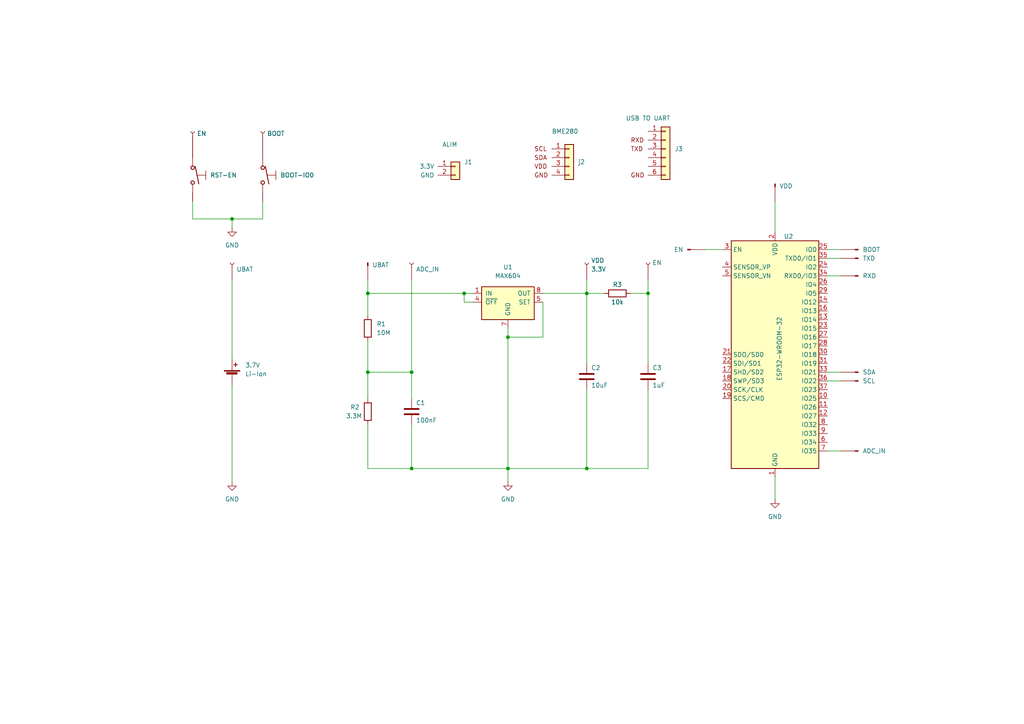
<source format=kicad_sch>
(kicad_sch (version 20230121) (generator eeschema)

  (uuid 59e138e6-7a4f-4e45-aef3-bc79353c10e7)

  (paper "A4")

  (title_block
    (title "airsens V1.0 proto")
    (date "2022-11-25")
    (rev "V1.0")
    (company "JOM52")
    (comment 1 "Série limitée pour tests longue durée")
  )

  (lib_symbols
    (symbol "Analog_Switch:ADG417BR" (pin_names (offset 0.254)) (in_bom yes) (on_board yes)
      (property "Reference" "U?" (at 1.2701 -3.81 90)
        (effects (font (size 1.27 1.27)) (justify left) hide)
      )
      (property "Value" "ADG417BR" (at 8.89 -6.35 90)
        (effects (font (size 1.27 1.27)) (justify left) hide)
      )
      (property "Footprint" "Package_SO:SOIC-8_3.9x4.9mm_P1.27mm" (at -5.08 2.54 0)
        (effects (font (size 1.27 1.27)) hide)
      )
      (property "Datasheet" "https://www.analog.com/media/en/technical-documentation/data-sheets/ADG417.pdf" (at -7.62 -1.27 0)
        (effects (font (size 1.27 1.27)) hide)
      )
      (property "ki_keywords" "CMOS Analog Switch" (at 0 0 0)
        (effects (font (size 1.27 1.27)) hide)
      )
      (property "ki_description" "Single SPST Monolithic LC²MOS Analog Switch, normally OFF, 25Ohm Ron, SOIC-8" (at 0 0 0)
        (effects (font (size 1.27 1.27)) hide)
      )
      (property "ki_fp_filters" "SOIC*3.9x4.9mm*P1.27mm*" (at 0 0 0)
        (effects (font (size 1.27 1.27)) hide)
      )
      (symbol "ADG417BR_0_1"
        (polyline
          (pts
            (xy 0 1.27)
            (xy 0 3.81)
            (xy -1.27 3.81)
            (xy 1.27 3.81)
          )
          (stroke (width 0) (type default))
          (fill (type none))
        )
      )
      (symbol "ADG417BR_1_1"
        (circle (center -2.159 0) (radius 0.508)
          (stroke (width 0.254) (type default))
          (fill (type none))
        )
        (polyline
          (pts
            (xy -5.08 0)
            (xy -2.794 0)
          )
          (stroke (width 0) (type default))
          (fill (type none))
        )
        (polyline
          (pts
            (xy -2.54 0.762)
            (xy 2.54 1.778)
          )
          (stroke (width 0.254) (type default))
          (fill (type none))
        )
        (polyline
          (pts
            (xy 5.08 0)
            (xy 2.794 0)
          )
          (stroke (width 0) (type default))
          (fill (type none))
        )
        (circle (center 2.159 0) (radius 0.508)
          (stroke (width 0.254) (type default))
          (fill (type none))
        )
        (pin passive line (at -7.62 0 0) (length 2.54)
          (name "~" (effects (font (size 1.27 1.27))))
          (number "" (effects (font (size 1.27 1.27))))
        )
        (pin passive line (at 7.62 0 180) (length 2.54)
          (name "~" (effects (font (size 1.27 1.27))))
          (number "" (effects (font (size 1.27 1.27))))
        )
      )
      (symbol "ADG417BR_2_0"
        (pin no_connect line (at -2.54 10.16 270) (length 2.54) hide
          (name "NC" (effects (font (size 1.27 1.27))))
          (number "2" (effects (font (size 1.27 1.27))))
        )
        (pin power_in line (at 0 -12.7 90) (length 2.54)
          (name "GND" (effects (font (size 1.27 1.27))))
          (number "3" (effects (font (size 1.27 1.27))))
        )
        (pin power_in line (at 0 12.7 270) (length 2.54)
          (name "V+" (effects (font (size 1.27 1.27))))
          (number "4" (effects (font (size 1.27 1.27))))
        )
        (pin power_in line (at 2.54 12.7 270) (length 2.54)
          (name "VL" (effects (font (size 1.27 1.27))))
          (number "5" (effects (font (size 1.27 1.27))))
        )
        (pin power_in line (at 2.54 -12.7 90) (length 2.54)
          (name "V-" (effects (font (size 1.27 1.27))))
          (number "7" (effects (font (size 1.27 1.27))))
        )
      )
      (symbol "ADG417BR_2_1"
        (rectangle (start -3.81 10.16) (end 6.35 -10.16)
          (stroke (width 0.254) (type default))
          (fill (type background))
        )
      )
    )
    (symbol "Conn_01x01_Female_1" (pin_numbers hide) (pin_names (offset 1.016) hide) (in_bom yes) (on_board yes)
      (property "Reference" "J" (at 0 2.54 0)
        (effects (font (size 1.27 1.27)))
      )
      (property "Value" "Conn_01x01_Female_1" (at 0 -2.54 0)
        (effects (font (size 1.27 1.27)))
      )
      (property "Footprint" "" (at 0 0 0)
        (effects (font (size 1.27 1.27)) hide)
      )
      (property "Datasheet" "~" (at 0 0 0)
        (effects (font (size 1.27 1.27)) hide)
      )
      (property "ki_keywords" "connector" (at 0 0 0)
        (effects (font (size 1.27 1.27)) hide)
      )
      (property "ki_description" "Generic connector, single row, 01x01, script generated (kicad-library-utils/schlib/autogen/connector/)" (at 0 0 0)
        (effects (font (size 1.27 1.27)) hide)
      )
      (property "ki_fp_filters" "Connector*:*" (at 0 0 0)
        (effects (font (size 1.27 1.27)) hide)
      )
      (symbol "Conn_01x01_Female_1_1_1"
        (polyline
          (pts
            (xy -1.27 0)
            (xy -0.508 0)
          )
          (stroke (width 0.1524) (type default))
          (fill (type none))
        )
        (arc (start 0 0.508) (mid -0.5058 0) (end 0 -0.508)
          (stroke (width 0.1524) (type default))
          (fill (type none))
        )
        (pin passive line (at -5.08 0 0) (length 3.81)
          (name "Pin_1" (effects (font (size 1.27 1.27))))
          (number "1" (effects (font (size 1.27 1.27))))
        )
      )
    )
    (symbol "Conn_01x01_Female_2" (pin_numbers hide) (pin_names (offset 1.016) hide) (in_bom yes) (on_board yes)
      (property "Reference" "J" (at 0 2.54 0)
        (effects (font (size 1.27 1.27)))
      )
      (property "Value" "Conn_01x01_Female_2" (at 0 -2.54 0)
        (effects (font (size 1.27 1.27)))
      )
      (property "Footprint" "" (at 0 0 0)
        (effects (font (size 1.27 1.27)) hide)
      )
      (property "Datasheet" "~" (at 0 0 0)
        (effects (font (size 1.27 1.27)) hide)
      )
      (property "ki_keywords" "connector" (at 0 0 0)
        (effects (font (size 1.27 1.27)) hide)
      )
      (property "ki_description" "Generic connector, single row, 01x01, script generated (kicad-library-utils/schlib/autogen/connector/)" (at 0 0 0)
        (effects (font (size 1.27 1.27)) hide)
      )
      (property "ki_fp_filters" "Connector*:*" (at 0 0 0)
        (effects (font (size 1.27 1.27)) hide)
      )
      (symbol "Conn_01x01_Female_2_1_1"
        (polyline
          (pts
            (xy -1.27 0)
            (xy -0.508 0)
          )
          (stroke (width 0.1524) (type default))
          (fill (type none))
        )
        (arc (start 0 0.508) (mid -0.5058 0) (end 0 -0.508)
          (stroke (width 0.1524) (type default))
          (fill (type none))
        )
        (pin passive line (at -5.08 0 0) (length 3.81)
          (name "Pin_1" (effects (font (size 1.27 1.27))))
          (number "1" (effects (font (size 1.27 1.27))))
        )
      )
    )
    (symbol "Conn_01x01_Male_1" (pin_numbers hide) (pin_names (offset 1.016) hide) (in_bom yes) (on_board yes)
      (property "Reference" "J" (at 0 2.54 0)
        (effects (font (size 1.27 1.27)))
      )
      (property "Value" "Conn_01x01_Male_1" (at 0 -2.54 0)
        (effects (font (size 1.27 1.27)))
      )
      (property "Footprint" "" (at 0 0 0)
        (effects (font (size 1.27 1.27)) hide)
      )
      (property "Datasheet" "~" (at 0 0 0)
        (effects (font (size 1.27 1.27)) hide)
      )
      (property "ki_keywords" "connector" (at 0 0 0)
        (effects (font (size 1.27 1.27)) hide)
      )
      (property "ki_description" "Generic connector, single row, 01x01, script generated (kicad-library-utils/schlib/autogen/connector/)" (at 0 0 0)
        (effects (font (size 1.27 1.27)) hide)
      )
      (property "ki_fp_filters" "Connector*:*" (at 0 0 0)
        (effects (font (size 1.27 1.27)) hide)
      )
      (symbol "Conn_01x01_Male_1_1_1"
        (polyline
          (pts
            (xy 1.27 0)
            (xy 0.8636 0)
          )
          (stroke (width 0.1524) (type default))
          (fill (type none))
        )
        (rectangle (start 0.8636 0.127) (end 0 -0.127)
          (stroke (width 0.1524) (type default))
          (fill (type outline))
        )
        (pin passive line (at 5.08 0 180) (length 3.81)
          (name "Pin_1" (effects (font (size 1.27 1.27))))
          (number "1" (effects (font (size 1.27 1.27))))
        )
      )
    )
    (symbol "Conn_01x01_Male_2" (pin_numbers hide) (pin_names (offset 1.016) hide) (in_bom yes) (on_board yes)
      (property "Reference" "J" (at 0 2.54 0)
        (effects (font (size 1.27 1.27)))
      )
      (property "Value" "Conn_01x01_Male_2" (at 0 -2.54 0)
        (effects (font (size 1.27 1.27)))
      )
      (property "Footprint" "" (at 0 0 0)
        (effects (font (size 1.27 1.27)) hide)
      )
      (property "Datasheet" "~" (at 0 0 0)
        (effects (font (size 1.27 1.27)) hide)
      )
      (property "ki_keywords" "connector" (at 0 0 0)
        (effects (font (size 1.27 1.27)) hide)
      )
      (property "ki_description" "Generic connector, single row, 01x01, script generated (kicad-library-utils/schlib/autogen/connector/)" (at 0 0 0)
        (effects (font (size 1.27 1.27)) hide)
      )
      (property "ki_fp_filters" "Connector*:*" (at 0 0 0)
        (effects (font (size 1.27 1.27)) hide)
      )
      (symbol "Conn_01x01_Male_2_1_1"
        (polyline
          (pts
            (xy 1.27 0)
            (xy 0.8636 0)
          )
          (stroke (width 0.1524) (type default))
          (fill (type none))
        )
        (rectangle (start 0.8636 0.127) (end 0 -0.127)
          (stroke (width 0.1524) (type default))
          (fill (type outline))
        )
        (pin passive line (at 5.08 0 180) (length 3.81)
          (name "Pin_1" (effects (font (size 1.27 1.27))))
          (number "1" (effects (font (size 1.27 1.27))))
        )
      )
    )
    (symbol "Conn_01x01_Male_3" (pin_numbers hide) (pin_names (offset 1.016) hide) (in_bom yes) (on_board yes)
      (property "Reference" "J" (at 0 2.54 0)
        (effects (font (size 1.27 1.27)))
      )
      (property "Value" "Conn_01x01_Male_3" (at 0 -2.54 0)
        (effects (font (size 1.27 1.27)))
      )
      (property "Footprint" "" (at 0 0 0)
        (effects (font (size 1.27 1.27)) hide)
      )
      (property "Datasheet" "~" (at 0 0 0)
        (effects (font (size 1.27 1.27)) hide)
      )
      (property "ki_keywords" "connector" (at 0 0 0)
        (effects (font (size 1.27 1.27)) hide)
      )
      (property "ki_description" "Generic connector, single row, 01x01, script generated (kicad-library-utils/schlib/autogen/connector/)" (at 0 0 0)
        (effects (font (size 1.27 1.27)) hide)
      )
      (property "ki_fp_filters" "Connector*:*" (at 0 0 0)
        (effects (font (size 1.27 1.27)) hide)
      )
      (symbol "Conn_01x01_Male_3_1_1"
        (polyline
          (pts
            (xy 1.27 0)
            (xy 0.8636 0)
          )
          (stroke (width 0.1524) (type default))
          (fill (type none))
        )
        (rectangle (start 0.8636 0.127) (end 0 -0.127)
          (stroke (width 0.1524) (type default))
          (fill (type outline))
        )
        (pin passive line (at 5.08 0 180) (length 3.81)
          (name "Pin_1" (effects (font (size 1.27 1.27))))
          (number "1" (effects (font (size 1.27 1.27))))
        )
      )
    )
    (symbol "Connector:Conn_01x01_Female" (pin_numbers hide) (pin_names (offset 1.016) hide) (in_bom yes) (on_board yes)
      (property "Reference" "J" (at 0 2.54 0)
        (effects (font (size 1.27 1.27)))
      )
      (property "Value" "Conn_01x01_Female" (at 0 -2.54 0)
        (effects (font (size 1.27 1.27)))
      )
      (property "Footprint" "" (at 0 0 0)
        (effects (font (size 1.27 1.27)) hide)
      )
      (property "Datasheet" "~" (at 0 0 0)
        (effects (font (size 1.27 1.27)) hide)
      )
      (property "ki_keywords" "connector" (at 0 0 0)
        (effects (font (size 1.27 1.27)) hide)
      )
      (property "ki_description" "Generic connector, single row, 01x01, script generated (kicad-library-utils/schlib/autogen/connector/)" (at 0 0 0)
        (effects (font (size 1.27 1.27)) hide)
      )
      (property "ki_fp_filters" "Connector*:*" (at 0 0 0)
        (effects (font (size 1.27 1.27)) hide)
      )
      (symbol "Conn_01x01_Female_1_1"
        (polyline
          (pts
            (xy -1.27 0)
            (xy -0.508 0)
          )
          (stroke (width 0.1524) (type default))
          (fill (type none))
        )
        (arc (start 0 0.508) (mid -0.5058 0) (end 0 -0.508)
          (stroke (width 0.1524) (type default))
          (fill (type none))
        )
        (pin passive line (at -5.08 0 0) (length 3.81)
          (name "Pin_1" (effects (font (size 1.27 1.27))))
          (number "1" (effects (font (size 1.27 1.27))))
        )
      )
    )
    (symbol "Connector:Conn_01x01_Male" (pin_numbers hide) (pin_names (offset 1.016) hide) (in_bom yes) (on_board yes)
      (property "Reference" "J" (at 0 2.54 0)
        (effects (font (size 1.27 1.27)))
      )
      (property "Value" "Conn_01x01_Male" (at 0 -2.54 0)
        (effects (font (size 1.27 1.27)))
      )
      (property "Footprint" "" (at 0 0 0)
        (effects (font (size 1.27 1.27)) hide)
      )
      (property "Datasheet" "~" (at 0 0 0)
        (effects (font (size 1.27 1.27)) hide)
      )
      (property "ki_keywords" "connector" (at 0 0 0)
        (effects (font (size 1.27 1.27)) hide)
      )
      (property "ki_description" "Generic connector, single row, 01x01, script generated (kicad-library-utils/schlib/autogen/connector/)" (at 0 0 0)
        (effects (font (size 1.27 1.27)) hide)
      )
      (property "ki_fp_filters" "Connector*:*" (at 0 0 0)
        (effects (font (size 1.27 1.27)) hide)
      )
      (symbol "Conn_01x01_Male_1_1"
        (polyline
          (pts
            (xy 1.27 0)
            (xy 0.8636 0)
          )
          (stroke (width 0.1524) (type default))
          (fill (type none))
        )
        (rectangle (start 0.8636 0.127) (end 0 -0.127)
          (stroke (width 0.1524) (type default))
          (fill (type outline))
        )
        (pin passive line (at 5.08 0 180) (length 3.81)
          (name "Pin_1" (effects (font (size 1.27 1.27))))
          (number "1" (effects (font (size 1.27 1.27))))
        )
      )
    )
    (symbol "Connector_Generic:Conn_01x02" (pin_names (offset 1.016)) (in_bom yes) (on_board yes)
      (property "Reference" "J1" (at 2.54 1.2701 0)
        (effects (font (size 1.27 1.27)) (justify left))
      )
      (property "Value" "ALIM" (at -3.81 6.35 0)
        (effects (font (size 1.27 1.27)) (justify left))
      )
      (property "Footprint" "" (at 0 0 0)
        (effects (font (size 1.27 1.27)) hide)
      )
      (property "Datasheet" "~" (at 0 0 0)
        (effects (font (size 1.27 1.27)) hide)
      )
      (property "ki_keywords" "connector" (at 0 0 0)
        (effects (font (size 1.27 1.27)) hide)
      )
      (property "ki_description" "Generic connector, single row, 01x02, script generated (kicad-library-utils/schlib/autogen/connector/)" (at 0 0 0)
        (effects (font (size 1.27 1.27)) hide)
      )
      (property "ki_fp_filters" "Connector*:*_1x??_*" (at 0 0 0)
        (effects (font (size 1.27 1.27)) hide)
      )
      (symbol "Conn_01x02_1_1"
        (rectangle (start -1.27 -2.413) (end 0 -2.667)
          (stroke (width 0.1524) (type default))
          (fill (type none))
        )
        (rectangle (start -1.27 0.127) (end 0 -0.127)
          (stroke (width 0.1524) (type default))
          (fill (type none))
        )
        (rectangle (start -1.27 1.27) (end 1.27 -3.81)
          (stroke (width 0.254) (type default))
          (fill (type background))
        )
        (pin passive line (at -1.27 0 180) (length 3.81)
          (name "3.3V" (effects (font (size 1.27 1.27))))
          (number "1" (effects (font (size 1.27 1.27))))
        )
        (pin passive line (at -1.27 -2.54 180) (length 3.81)
          (name "GND" (effects (font (size 1.27 1.27))))
          (number "2" (effects (font (size 1.27 1.27))))
        )
      )
    )
    (symbol "Connector_Generic:Conn_01x04" (pin_names (offset 1.016) hide) (in_bom yes) (on_board yes)
      (property "Reference" "j2" (at 2.54 -1.27 0)
        (effects (font (size 1.27 1.27)) (justify left))
      )
      (property "Value" "BME280" (at -5.08 7.62 0)
        (effects (font (size 1.27 1.27)) (justify left))
      )
      (property "Footprint" "" (at 0 0 0)
        (effects (font (size 1.27 1.27)) hide)
      )
      (property "Datasheet" "~" (at 0 0 0)
        (effects (font (size 1.27 1.27)) hide)
      )
      (property "ki_keywords" "connector" (at 0 0 0)
        (effects (font (size 1.27 1.27)) hide)
      )
      (property "ki_description" "Generic connector, single row, 01x04, script generated (kicad-library-utils/schlib/autogen/connector/)" (at 0 0 0)
        (effects (font (size 1.27 1.27)) hide)
      )
      (property "ki_fp_filters" "Connector*:*_1x??_*" (at 0 0 0)
        (effects (font (size 1.27 1.27)) hide)
      )
      (symbol "Conn_01x04_0_0"
        (text "" (at -6.35 8.89 0)
          (effects (font (size 1.27 1.27)))
        )
        (text "" (at -1.27 8.89 0)
          (effects (font (size 1.27 1.27)))
        )
        (text "" (at 2.54 7.62 0)
          (effects (font (size 1.27 1.27)))
        )
        (text "GND" (at -10.16 -5.08 0)
          (effects (font (size 1.27 1.27)) (justify left))
        )
        (text "SCL" (at -10.16 2.54 0)
          (effects (font (size 1.27 1.27)) (justify left))
        )
        (text "SDA" (at -10.16 0 0)
          (effects (font (size 1.27 1.27)) (justify left))
        )
        (text "VDD" (at -10.16 -2.54 0)
          (effects (font (size 1.27 1.27)) (justify left))
        )
      )
      (symbol "Conn_01x04_1_1"
        (rectangle (start -1.27 -4.953) (end 0 -5.207)
          (stroke (width 0.1524) (type default))
          (fill (type none))
        )
        (rectangle (start -1.27 -2.413) (end 0 -2.667)
          (stroke (width 0.1524) (type default))
          (fill (type none))
        )
        (rectangle (start -1.27 0.127) (end 0 -0.127)
          (stroke (width 0.1524) (type default))
          (fill (type none))
        )
        (rectangle (start -1.27 2.667) (end 0 2.413)
          (stroke (width 0.1524) (type default))
          (fill (type none))
        )
        (rectangle (start -1.27 3.81) (end 1.27 -6.35)
          (stroke (width 0.254) (type default))
          (fill (type background))
        )
        (pin passive line (at -5.08 2.54 0) (length 3.81)
          (name "Pin_1" (effects (font (size 1.27 1.27))))
          (number "1" (effects (font (size 1.27 1.27))))
        )
        (pin passive line (at -5.08 0 0) (length 3.81)
          (name "Pin_2" (effects (font (size 1.27 1.27))))
          (number "2" (effects (font (size 1.27 1.27))))
        )
        (pin passive line (at -5.08 -2.54 0) (length 3.81)
          (name "Pin_3" (effects (font (size 1.27 1.27))))
          (number "3" (effects (font (size 1.27 1.27))))
        )
        (pin passive line (at -5.08 -5.08 0) (length 3.81)
          (name "Pin_4" (effects (font (size 1.27 1.27))))
          (number "4" (effects (font (size 1.27 1.27))))
        )
      )
    )
    (symbol "Connector_Generic:Conn_01x06" (pin_names (offset 1.016) hide) (in_bom yes) (on_board yes)
      (property "Reference" "J3" (at 3.81 0 0)
        (effects (font (size 1.27 1.27)))
      )
      (property "Value" "USB TO UART" (at -5.08 8.89 0)
        (effects (font (size 1.27 1.27)))
      )
      (property "Footprint" "" (at 0 0 0)
        (effects (font (size 1.27 1.27)) hide)
      )
      (property "Datasheet" "~" (at 0 0 0)
        (effects (font (size 1.27 1.27)) hide)
      )
      (property "ki_keywords" "connector" (at 0 0 0)
        (effects (font (size 1.27 1.27)) hide)
      )
      (property "ki_description" "Generic connector, single row, 01x06, script generated (kicad-library-utils/schlib/autogen/connector/)" (at 0 0 0)
        (effects (font (size 1.27 1.27)) hide)
      )
      (property "ki_fp_filters" "Connector*:*_1x??_*" (at 0 0 0)
        (effects (font (size 1.27 1.27)) hide)
      )
      (symbol "Conn_01x06_0_0"
        (text "GND" (at -10.16 -7.62 0)
          (effects (font (size 1.27 1.27)) (justify left))
        )
        (text "RXD" (at -10.16 2.54 0)
          (effects (font (size 1.27 1.27)) (justify left))
        )
        (text "TXD" (at -10.16 0 0)
          (effects (font (size 1.27 1.27)) (justify left))
        )
      )
      (symbol "Conn_01x06_1_1"
        (rectangle (start -1.27 -7.493) (end 0 -7.747)
          (stroke (width 0.1524) (type default))
          (fill (type none))
        )
        (rectangle (start -1.27 -4.953) (end 0 -5.207)
          (stroke (width 0.1524) (type default))
          (fill (type none))
        )
        (rectangle (start -1.27 -2.413) (end 0 -2.667)
          (stroke (width 0.1524) (type default))
          (fill (type none))
        )
        (rectangle (start -1.27 0.127) (end 0 -0.127)
          (stroke (width 0.1524) (type default))
          (fill (type none))
        )
        (rectangle (start -1.27 2.667) (end 0 2.413)
          (stroke (width 0.1524) (type default))
          (fill (type none))
        )
        (rectangle (start -1.27 5.207) (end 0 4.953)
          (stroke (width 0.1524) (type default))
          (fill (type none))
        )
        (rectangle (start -1.27 6.35) (end 1.27 -8.89)
          (stroke (width 0.254) (type default))
          (fill (type background))
        )
        (pin passive line (at -5.08 5.08 0) (length 3.81)
          (name "Pin_1" (effects (font (size 1.27 1.27))))
          (number "1" (effects (font (size 1.27 1.27))))
        )
        (pin passive line (at -5.08 2.54 0) (length 3.81)
          (name "Pin_2" (effects (font (size 1.27 1.27))))
          (number "2" (effects (font (size 1.27 1.27))))
        )
        (pin passive line (at -5.08 0 0) (length 3.81)
          (name "Pin_3" (effects (font (size 1.27 1.27))))
          (number "3" (effects (font (size 1.27 1.27))))
        )
        (pin passive line (at -5.08 -2.54 0) (length 3.81)
          (name "Pin_4" (effects (font (size 1.27 1.27))))
          (number "4" (effects (font (size 1.27 1.27))))
        )
        (pin passive line (at -5.08 -5.08 0) (length 3.81)
          (name "Pin_5" (effects (font (size 1.27 1.27))))
          (number "5" (effects (font (size 1.27 1.27))))
        )
        (pin passive line (at -5.08 -7.62 0) (length 3.81)
          (name "Pin_6" (effects (font (size 1.27 1.27))))
          (number "6" (effects (font (size 1.27 1.27))))
        )
      )
    )
    (symbol "Device:Battery_Cell" (pin_numbers hide) (pin_names (offset 0) hide) (in_bom yes) (on_board yes)
      (property "Reference" "BT" (at 2.54 2.54 0)
        (effects (font (size 1.27 1.27)) (justify left))
      )
      (property "Value" "Battery_Cell" (at 2.54 0 0)
        (effects (font (size 1.27 1.27)) (justify left))
      )
      (property "Footprint" "" (at 0 1.524 90)
        (effects (font (size 1.27 1.27)) hide)
      )
      (property "Datasheet" "~" (at 0 1.524 90)
        (effects (font (size 1.27 1.27)) hide)
      )
      (property "ki_keywords" "battery cell" (at 0 0 0)
        (effects (font (size 1.27 1.27)) hide)
      )
      (property "ki_description" "Single-cell battery" (at 0 0 0)
        (effects (font (size 1.27 1.27)) hide)
      )
      (symbol "Battery_Cell_0_1"
        (rectangle (start -2.286 1.778) (end 2.286 1.524)
          (stroke (width 0) (type default))
          (fill (type outline))
        )
        (rectangle (start -1.5748 1.1938) (end 1.4732 0.6858)
          (stroke (width 0) (type default))
          (fill (type outline))
        )
        (polyline
          (pts
            (xy 0 0.762)
            (xy 0 0)
          )
          (stroke (width 0) (type default))
          (fill (type none))
        )
        (polyline
          (pts
            (xy 0 1.778)
            (xy 0 2.54)
          )
          (stroke (width 0) (type default))
          (fill (type none))
        )
        (polyline
          (pts
            (xy 0.508 3.429)
            (xy 1.524 3.429)
          )
          (stroke (width 0.254) (type default))
          (fill (type none))
        )
        (polyline
          (pts
            (xy 1.016 3.937)
            (xy 1.016 2.921)
          )
          (stroke (width 0.254) (type default))
          (fill (type none))
        )
      )
      (symbol "Battery_Cell_1_1"
        (pin passive line (at 0 5.08 270) (length 2.54)
          (name "+" (effects (font (size 1.27 1.27))))
          (number "1" (effects (font (size 1.27 1.27))))
        )
        (pin passive line (at 0 -2.54 90) (length 2.54)
          (name "-" (effects (font (size 1.27 1.27))))
          (number "2" (effects (font (size 1.27 1.27))))
        )
      )
    )
    (symbol "Device:C" (pin_numbers hide) (pin_names (offset 0.254)) (in_bom yes) (on_board yes)
      (property "Reference" "C" (at 0.635 2.54 0)
        (effects (font (size 1.27 1.27)) (justify left))
      )
      (property "Value" "C" (at 0.635 -2.54 0)
        (effects (font (size 1.27 1.27)) (justify left))
      )
      (property "Footprint" "" (at 0.9652 -3.81 0)
        (effects (font (size 1.27 1.27)) hide)
      )
      (property "Datasheet" "~" (at 0 0 0)
        (effects (font (size 1.27 1.27)) hide)
      )
      (property "ki_keywords" "cap capacitor" (at 0 0 0)
        (effects (font (size 1.27 1.27)) hide)
      )
      (property "ki_description" "Unpolarized capacitor" (at 0 0 0)
        (effects (font (size 1.27 1.27)) hide)
      )
      (property "ki_fp_filters" "C_*" (at 0 0 0)
        (effects (font (size 1.27 1.27)) hide)
      )
      (symbol "C_0_1"
        (polyline
          (pts
            (xy -2.032 -0.762)
            (xy 2.032 -0.762)
          )
          (stroke (width 0.508) (type default))
          (fill (type none))
        )
        (polyline
          (pts
            (xy -2.032 0.762)
            (xy 2.032 0.762)
          )
          (stroke (width 0.508) (type default))
          (fill (type none))
        )
      )
      (symbol "C_1_1"
        (pin passive line (at 0 3.81 270) (length 2.794)
          (name "~" (effects (font (size 1.27 1.27))))
          (number "1" (effects (font (size 1.27 1.27))))
        )
        (pin passive line (at 0 -3.81 90) (length 2.794)
          (name "~" (effects (font (size 1.27 1.27))))
          (number "2" (effects (font (size 1.27 1.27))))
        )
      )
    )
    (symbol "Device:R" (pin_numbers hide) (pin_names (offset 0)) (in_bom yes) (on_board yes)
      (property "Reference" "R" (at 2.032 0 90)
        (effects (font (size 1.27 1.27)))
      )
      (property "Value" "R" (at 0 0 90)
        (effects (font (size 1.27 1.27)))
      )
      (property "Footprint" "" (at -1.778 0 90)
        (effects (font (size 1.27 1.27)) hide)
      )
      (property "Datasheet" "~" (at 0 0 0)
        (effects (font (size 1.27 1.27)) hide)
      )
      (property "ki_keywords" "R res resistor" (at 0 0 0)
        (effects (font (size 1.27 1.27)) hide)
      )
      (property "ki_description" "Resistor" (at 0 0 0)
        (effects (font (size 1.27 1.27)) hide)
      )
      (property "ki_fp_filters" "R_*" (at 0 0 0)
        (effects (font (size 1.27 1.27)) hide)
      )
      (symbol "R_0_1"
        (rectangle (start -1.016 -2.54) (end 1.016 2.54)
          (stroke (width 0.254) (type default))
          (fill (type none))
        )
      )
      (symbol "R_1_1"
        (pin passive line (at 0 3.81 270) (length 1.27)
          (name "~" (effects (font (size 1.27 1.27))))
          (number "1" (effects (font (size 1.27 1.27))))
        )
        (pin passive line (at 0 -3.81 90) (length 1.27)
          (name "~" (effects (font (size 1.27 1.27))))
          (number "2" (effects (font (size 1.27 1.27))))
        )
      )
    )
    (symbol "RF_Module:ESP32-WROOM-32" (in_bom yes) (on_board yes)
      (property "Reference" "U" (at -12.7 34.29 0)
        (effects (font (size 1.27 1.27)) (justify left))
      )
      (property "Value" "ESP32-WROOM-32" (at 1.27 34.29 0)
        (effects (font (size 1.27 1.27)) (justify left))
      )
      (property "Footprint" "RF_Module:ESP32-WROOM-32" (at 0 -38.1 0)
        (effects (font (size 1.27 1.27)) hide)
      )
      (property "Datasheet" "https://www.espressif.com/sites/default/files/documentation/esp32-wroom-32_datasheet_en.pdf" (at -7.62 1.27 0)
        (effects (font (size 1.27 1.27)) hide)
      )
      (property "ki_keywords" "RF Radio BT ESP ESP32 Espressif onboard PCB antenna" (at 0 0 0)
        (effects (font (size 1.27 1.27)) hide)
      )
      (property "ki_description" "RF Module, ESP32-D0WDQ6 SoC, Wi-Fi 802.11b/g/n, Bluetooth, BLE, 32-bit, 2.7-3.6V, onboard antenna, SMD" (at 0 0 0)
        (effects (font (size 1.27 1.27)) hide)
      )
      (property "ki_fp_filters" "ESP32?WROOM?32*" (at 0 0 0)
        (effects (font (size 1.27 1.27)) hide)
      )
      (symbol "ESP32-WROOM-32_0_1"
        (rectangle (start -12.7 33.02) (end 12.7 -33.02)
          (stroke (width 0.254) (type default))
          (fill (type background))
        )
      )
      (symbol "ESP32-WROOM-32_1_1"
        (pin power_in line (at 0 -35.56 90) (length 2.54)
          (name "GND" (effects (font (size 1.27 1.27))))
          (number "1" (effects (font (size 1.27 1.27))))
        )
        (pin bidirectional line (at 15.24 -12.7 180) (length 2.54)
          (name "IO25" (effects (font (size 1.27 1.27))))
          (number "10" (effects (font (size 1.27 1.27))))
        )
        (pin bidirectional line (at 15.24 -15.24 180) (length 2.54)
          (name "IO26" (effects (font (size 1.27 1.27))))
          (number "11" (effects (font (size 1.27 1.27))))
        )
        (pin bidirectional line (at 15.24 -17.78 180) (length 2.54)
          (name "IO27" (effects (font (size 1.27 1.27))))
          (number "12" (effects (font (size 1.27 1.27))))
        )
        (pin bidirectional line (at 15.24 10.16 180) (length 2.54)
          (name "IO14" (effects (font (size 1.27 1.27))))
          (number "13" (effects (font (size 1.27 1.27))))
        )
        (pin bidirectional line (at 15.24 15.24 180) (length 2.54)
          (name "IO12" (effects (font (size 1.27 1.27))))
          (number "14" (effects (font (size 1.27 1.27))))
        )
        (pin passive line (at 0 -35.56 90) (length 2.54) hide
          (name "GND" (effects (font (size 1.27 1.27))))
          (number "15" (effects (font (size 1.27 1.27))))
        )
        (pin bidirectional line (at 15.24 12.7 180) (length 2.54)
          (name "IO13" (effects (font (size 1.27 1.27))))
          (number "16" (effects (font (size 1.27 1.27))))
        )
        (pin bidirectional line (at -15.24 -5.08 0) (length 2.54)
          (name "SHD/SD2" (effects (font (size 1.27 1.27))))
          (number "17" (effects (font (size 1.27 1.27))))
        )
        (pin bidirectional line (at -15.24 -7.62 0) (length 2.54)
          (name "SWP/SD3" (effects (font (size 1.27 1.27))))
          (number "18" (effects (font (size 1.27 1.27))))
        )
        (pin bidirectional line (at -15.24 -12.7 0) (length 2.54)
          (name "SCS/CMD" (effects (font (size 1.27 1.27))))
          (number "19" (effects (font (size 1.27 1.27))))
        )
        (pin power_in line (at 0 35.56 270) (length 2.54)
          (name "VDD" (effects (font (size 1.27 1.27))))
          (number "2" (effects (font (size 1.27 1.27))))
        )
        (pin bidirectional line (at -15.24 -10.16 0) (length 2.54)
          (name "SCK/CLK" (effects (font (size 1.27 1.27))))
          (number "20" (effects (font (size 1.27 1.27))))
        )
        (pin bidirectional line (at -15.24 0 0) (length 2.54)
          (name "SDO/SD0" (effects (font (size 1.27 1.27))))
          (number "21" (effects (font (size 1.27 1.27))))
        )
        (pin bidirectional line (at -15.24 -2.54 0) (length 2.54)
          (name "SDI/SD1" (effects (font (size 1.27 1.27))))
          (number "22" (effects (font (size 1.27 1.27))))
        )
        (pin bidirectional line (at 15.24 7.62 180) (length 2.54)
          (name "IO15" (effects (font (size 1.27 1.27))))
          (number "23" (effects (font (size 1.27 1.27))))
        )
        (pin bidirectional line (at 15.24 25.4 180) (length 2.54)
          (name "IO2" (effects (font (size 1.27 1.27))))
          (number "24" (effects (font (size 1.27 1.27))))
        )
        (pin bidirectional line (at 15.24 30.48 180) (length 2.54)
          (name "IO0" (effects (font (size 1.27 1.27))))
          (number "25" (effects (font (size 1.27 1.27))))
        )
        (pin bidirectional line (at 15.24 20.32 180) (length 2.54)
          (name "IO4" (effects (font (size 1.27 1.27))))
          (number "26" (effects (font (size 1.27 1.27))))
        )
        (pin bidirectional line (at 15.24 5.08 180) (length 2.54)
          (name "IO16" (effects (font (size 1.27 1.27))))
          (number "27" (effects (font (size 1.27 1.27))))
        )
        (pin bidirectional line (at 15.24 2.54 180) (length 2.54)
          (name "IO17" (effects (font (size 1.27 1.27))))
          (number "28" (effects (font (size 1.27 1.27))))
        )
        (pin bidirectional line (at 15.24 17.78 180) (length 2.54)
          (name "IO5" (effects (font (size 1.27 1.27))))
          (number "29" (effects (font (size 1.27 1.27))))
        )
        (pin input line (at -15.24 30.48 0) (length 2.54)
          (name "EN" (effects (font (size 1.27 1.27))))
          (number "3" (effects (font (size 1.27 1.27))))
        )
        (pin bidirectional line (at 15.24 0 180) (length 2.54)
          (name "IO18" (effects (font (size 1.27 1.27))))
          (number "30" (effects (font (size 1.27 1.27))))
        )
        (pin bidirectional line (at 15.24 -2.54 180) (length 2.54)
          (name "IO19" (effects (font (size 1.27 1.27))))
          (number "31" (effects (font (size 1.27 1.27))))
        )
        (pin no_connect line (at -12.7 -27.94 0) (length 2.54) hide
          (name "NC" (effects (font (size 1.27 1.27))))
          (number "32" (effects (font (size 1.27 1.27))))
        )
        (pin bidirectional line (at 15.24 -5.08 180) (length 2.54)
          (name "IO21" (effects (font (size 1.27 1.27))))
          (number "33" (effects (font (size 1.27 1.27))))
        )
        (pin bidirectional line (at 15.24 22.86 180) (length 2.54)
          (name "RXD0/IO3" (effects (font (size 1.27 1.27))))
          (number "34" (effects (font (size 1.27 1.27))))
        )
        (pin bidirectional line (at 15.24 27.94 180) (length 2.54)
          (name "TXD0/IO1" (effects (font (size 1.27 1.27))))
          (number "35" (effects (font (size 1.27 1.27))))
        )
        (pin bidirectional line (at 15.24 -7.62 180) (length 2.54)
          (name "IO22" (effects (font (size 1.27 1.27))))
          (number "36" (effects (font (size 1.27 1.27))))
        )
        (pin bidirectional line (at 15.24 -10.16 180) (length 2.54)
          (name "IO23" (effects (font (size 1.27 1.27))))
          (number "37" (effects (font (size 1.27 1.27))))
        )
        (pin passive line (at 0 -35.56 90) (length 2.54) hide
          (name "GND" (effects (font (size 1.27 1.27))))
          (number "38" (effects (font (size 1.27 1.27))))
        )
        (pin passive line (at 0 -35.56 90) (length 2.54) hide
          (name "GND" (effects (font (size 1.27 1.27))))
          (number "39" (effects (font (size 1.27 1.27))))
        )
        (pin input line (at -15.24 25.4 0) (length 2.54)
          (name "SENSOR_VP" (effects (font (size 1.27 1.27))))
          (number "4" (effects (font (size 1.27 1.27))))
        )
        (pin input line (at -15.24 22.86 0) (length 2.54)
          (name "SENSOR_VN" (effects (font (size 1.27 1.27))))
          (number "5" (effects (font (size 1.27 1.27))))
        )
        (pin input line (at 15.24 -25.4 180) (length 2.54)
          (name "IO34" (effects (font (size 1.27 1.27))))
          (number "6" (effects (font (size 1.27 1.27))))
        )
        (pin input line (at 15.24 -27.94 180) (length 2.54)
          (name "IO35" (effects (font (size 1.27 1.27))))
          (number "7" (effects (font (size 1.27 1.27))))
        )
        (pin bidirectional line (at 15.24 -20.32 180) (length 2.54)
          (name "IO32" (effects (font (size 1.27 1.27))))
          (number "8" (effects (font (size 1.27 1.27))))
        )
        (pin bidirectional line (at 15.24 -22.86 180) (length 2.54)
          (name "IO33" (effects (font (size 1.27 1.27))))
          (number "9" (effects (font (size 1.27 1.27))))
        )
      )
    )
    (symbol "Regulator_Linear:MAX604" (pin_names (offset 1.016)) (in_bom yes) (on_board yes)
      (property "Reference" "U" (at -6.35 5.715 0)
        (effects (font (size 1.27 1.27)))
      )
      (property "Value" "MAX604" (at 0 5.715 0)
        (effects (font (size 1.27 1.27)) (justify left))
      )
      (property "Footprint" "" (at 0 8.255 0)
        (effects (font (size 1.27 1.27) italic) hide)
      )
      (property "Datasheet" "http://datasheets.maximintegrated.com/en/ds/MAX603-MAX604.pdf" (at 0 -1.27 0)
        (effects (font (size 1.27 1.27)) hide)
      )
      (property "ki_keywords" "Linear LDO Regulator 500mA 3.3V fixed" (at 0 0 0)
        (effects (font (size 1.27 1.27)) hide)
      )
      (property "ki_description" "500mA Linear LDO Regulator, Fixed Output 3.3V, DIP-8/SO-8" (at 0 0 0)
        (effects (font (size 1.27 1.27)) hide)
      )
      (property "ki_fp_filters" "DIP*W7.62mm* SOIC*3.9x4.9mm*P1.27mm*" (at 0 0 0)
        (effects (font (size 1.27 1.27)) hide)
      )
      (symbol "MAX604_0_1"
        (rectangle (start -7.62 4.445) (end 7.62 -5.08)
          (stroke (width 0.254) (type default))
          (fill (type background))
        )
      )
      (symbol "MAX604_1_1"
        (pin power_in line (at -10.16 2.54 0) (length 2.54)
          (name "IN" (effects (font (size 1.27 1.27))))
          (number "1" (effects (font (size 1.27 1.27))))
        )
        (pin passive line (at 0 -7.62 90) (length 2.54) hide
          (name "GND" (effects (font (size 1.27 1.27))))
          (number "2" (effects (font (size 1.27 1.27))))
        )
        (pin passive line (at 0 -7.62 90) (length 2.54) hide
          (name "GND" (effects (font (size 1.27 1.27))))
          (number "3" (effects (font (size 1.27 1.27))))
        )
        (pin input line (at -10.16 0 0) (length 2.54)
          (name "~{OFF}" (effects (font (size 1.27 1.27))))
          (number "4" (effects (font (size 1.27 1.27))))
        )
        (pin passive line (at 10.16 0 180) (length 2.54)
          (name "SET" (effects (font (size 1.27 1.27))))
          (number "5" (effects (font (size 1.27 1.27))))
        )
        (pin passive line (at 0 -7.62 90) (length 2.54) hide
          (name "GND" (effects (font (size 1.27 1.27))))
          (number "6" (effects (font (size 1.27 1.27))))
        )
        (pin power_in line (at 0 -7.62 90) (length 2.54)
          (name "GND" (effects (font (size 1.27 1.27))))
          (number "7" (effects (font (size 1.27 1.27))))
        )
        (pin power_out line (at 10.16 2.54 180) (length 2.54)
          (name "OUT" (effects (font (size 1.27 1.27))))
          (number "8" (effects (font (size 1.27 1.27))))
        )
      )
    )
    (symbol "power:GND" (power) (pin_names (offset 0)) (in_bom yes) (on_board yes)
      (property "Reference" "#PWR" (at 0 -6.35 0)
        (effects (font (size 1.27 1.27)) hide)
      )
      (property "Value" "GND" (at 0 -3.81 0)
        (effects (font (size 1.27 1.27)))
      )
      (property "Footprint" "" (at 0 0 0)
        (effects (font (size 1.27 1.27)) hide)
      )
      (property "Datasheet" "" (at 0 0 0)
        (effects (font (size 1.27 1.27)) hide)
      )
      (property "ki_keywords" "power-flag" (at 0 0 0)
        (effects (font (size 1.27 1.27)) hide)
      )
      (property "ki_description" "Power symbol creates a global label with name \"GND\" , ground" (at 0 0 0)
        (effects (font (size 1.27 1.27)) hide)
      )
      (symbol "GND_0_1"
        (polyline
          (pts
            (xy 0 0)
            (xy 0 -1.27)
            (xy 1.27 -1.27)
            (xy 0 -2.54)
            (xy -1.27 -1.27)
            (xy 0 -1.27)
          )
          (stroke (width 0) (type default))
          (fill (type none))
        )
      )
      (symbol "GND_1_1"
        (pin power_in line (at 0 0 270) (length 0) hide
          (name "GND" (effects (font (size 1.27 1.27))))
          (number "1" (effects (font (size 1.27 1.27))))
        )
      )
    )
  )

  (junction (at 119.38 135.89) (diameter 0) (color 0 0 0 0)
    (uuid 330559f3-5d4d-4ee1-9c67-9f97d8cc9311)
  )
  (junction (at 147.32 97.79) (diameter 0) (color 0 0 0 0)
    (uuid 405ac5f9-4485-40bf-88ef-fd676eb4bd23)
  )
  (junction (at 67.31 63.5) (diameter 0) (color 0 0 0 0)
    (uuid 46737813-2e6b-4c70-b730-ad68f1a74100)
  )
  (junction (at 134.62 85.09) (diameter 0) (color 0 0 0 0)
    (uuid 60819ca8-a37d-4206-815d-b4c616a8bbfe)
  )
  (junction (at 187.96 85.09) (diameter 0) (color 0 0 0 0)
    (uuid 85d13a89-c835-4fa6-8484-dc5a180077f2)
  )
  (junction (at 147.32 135.89) (diameter 0) (color 0 0 0 0)
    (uuid 89443180-176a-451e-90bb-ea270bccdc5f)
  )
  (junction (at 170.18 135.89) (diameter 0) (color 0 0 0 0)
    (uuid ce023fd4-b74b-492a-a1fd-63d3cc66e3b6)
  )
  (junction (at 106.68 107.95) (diameter 0) (color 0 0 0 0)
    (uuid d4f1ac6f-e502-4674-b105-67a21f3a5153)
  )
  (junction (at 119.38 107.95) (diameter 0) (color 0 0 0 0)
    (uuid dcad4c0d-49ba-447d-b6d7-c4e0df87450c)
  )
  (junction (at 170.18 85.09) (diameter 0) (color 0 0 0 0)
    (uuid e0d564dc-a256-4dc7-849e-f355652d6cdc)
  )
  (junction (at 106.68 85.09) (diameter 0) (color 0 0 0 0)
    (uuid f3e91314-1593-4e3d-804f-5e3bb42c2a70)
  )

  (wire (pts (xy 119.38 81.28) (xy 119.38 107.95))
    (stroke (width 0) (type default))
    (uuid 023cba9e-a358-450d-ac4f-cdc37f778475)
  )
  (wire (pts (xy 76.2 63.5) (xy 67.31 63.5))
    (stroke (width 0) (type default))
    (uuid 051cbb23-bc35-4a2b-a6ef-845f4a762e49)
  )
  (wire (pts (xy 224.79 138.43) (xy 224.79 144.78))
    (stroke (width 0) (type default))
    (uuid 0ac8b627-a52c-4d23-b76f-bb43007fc729)
  )
  (wire (pts (xy 137.16 87.63) (xy 134.62 87.63))
    (stroke (width 0) (type default))
    (uuid 14ed5c55-4d3f-45ea-9660-56a7902be81f)
  )
  (wire (pts (xy 67.31 111.76) (xy 67.31 139.7))
    (stroke (width 0) (type default))
    (uuid 16f39861-a696-4430-bd02-9c450e8d0d70)
  )
  (wire (pts (xy 187.96 81.28) (xy 187.96 85.09))
    (stroke (width 0) (type default))
    (uuid 1c42cbe2-4802-4f06-a832-05e9e3fbb651)
  )
  (wire (pts (xy 170.18 81.28) (xy 170.18 85.09))
    (stroke (width 0) (type default))
    (uuid 1e422ba2-864f-4f03-8d37-443052ec1016)
  )
  (wire (pts (xy 134.62 85.09) (xy 137.16 85.09))
    (stroke (width 0) (type default))
    (uuid 1f501250-3208-4297-9470-6e55fb73abf8)
  )
  (wire (pts (xy 106.68 107.95) (xy 119.38 107.95))
    (stroke (width 0) (type default))
    (uuid 24543f9a-520c-421e-b4c1-0e27dc71c244)
  )
  (wire (pts (xy 147.32 135.89) (xy 147.32 139.7))
    (stroke (width 0) (type default))
    (uuid 24d48439-5ea3-4843-ae91-d3fab3a75233)
  )
  (wire (pts (xy 147.32 97.79) (xy 157.48 97.79))
    (stroke (width 0) (type default))
    (uuid 356c9cca-83e9-4a09-9f16-43230dfefa37)
  )
  (wire (pts (xy 170.18 85.09) (xy 170.18 105.41))
    (stroke (width 0) (type default))
    (uuid 3d6e28fb-8896-41c4-b082-6c563f6f504d)
  )
  (wire (pts (xy 67.31 81.28) (xy 67.31 104.14))
    (stroke (width 0) (type default))
    (uuid 407708b6-6fa2-46a9-8de4-0ebb11e3c2e0)
  )
  (wire (pts (xy 240.03 110.49) (xy 243.84 110.49))
    (stroke (width 0) (type default))
    (uuid 421ba4b4-e59f-4ac6-843b-95b68f6c1273)
  )
  (wire (pts (xy 187.96 85.09) (xy 187.96 105.41))
    (stroke (width 0) (type default))
    (uuid 4553ad5c-59e9-4a2f-b7dc-005568124c1c)
  )
  (wire (pts (xy 67.31 63.5) (xy 55.88 63.5))
    (stroke (width 0) (type default))
    (uuid 4a29488e-e14b-41d8-b297-c88e4db86d98)
  )
  (wire (pts (xy 119.38 135.89) (xy 147.32 135.89))
    (stroke (width 0) (type default))
    (uuid 4b75ec41-6413-4439-a0e5-93b36f34ebcd)
  )
  (wire (pts (xy 157.48 85.09) (xy 170.18 85.09))
    (stroke (width 0) (type default))
    (uuid 4d34bfce-7aec-46db-9385-d060c5698a6f)
  )
  (wire (pts (xy 147.32 95.25) (xy 147.32 97.79))
    (stroke (width 0) (type default))
    (uuid 5055d6d2-a6a5-432b-8dd0-a35f576b7638)
  )
  (wire (pts (xy 67.31 63.5) (xy 67.31 66.04))
    (stroke (width 0) (type default))
    (uuid 5bb571d5-d0c1-494d-adbc-a87ef5d06aab)
  )
  (wire (pts (xy 134.62 85.09) (xy 134.62 87.63))
    (stroke (width 0) (type default))
    (uuid 60f1d490-5f5b-4a23-ba83-8a1f0d0d993d)
  )
  (wire (pts (xy 240.03 80.01) (xy 243.84 80.01))
    (stroke (width 0) (type default))
    (uuid 6238224e-0703-419c-90a3-b2ca62fb6518)
  )
  (wire (pts (xy 76.2 58.42) (xy 76.2 63.5))
    (stroke (width 0) (type default))
    (uuid 69f3f3bb-d88b-4970-95e5-4f0477209228)
  )
  (wire (pts (xy 55.88 58.42) (xy 55.88 63.5))
    (stroke (width 0) (type default))
    (uuid 6bd78247-7cdd-4b52-8901-8deab978dde2)
  )
  (wire (pts (xy 147.32 97.79) (xy 147.32 135.89))
    (stroke (width 0) (type default))
    (uuid 7aee47de-5235-4eb9-b537-0dad865a3ad4)
  )
  (wire (pts (xy 147.32 135.89) (xy 170.18 135.89))
    (stroke (width 0) (type default))
    (uuid 813d4818-60b1-49ab-a459-8ca4be826790)
  )
  (wire (pts (xy 182.88 85.09) (xy 187.96 85.09))
    (stroke (width 0) (type default))
    (uuid 8658386f-37c6-4f2c-aaea-da1f8e94e4eb)
  )
  (wire (pts (xy 106.68 85.09) (xy 106.68 91.44))
    (stroke (width 0) (type default))
    (uuid 88a039e5-0688-4bd2-be55-e5c57a6ca898)
  )
  (wire (pts (xy 170.18 85.09) (xy 175.26 85.09))
    (stroke (width 0) (type default))
    (uuid 899b9d21-f1d2-4dbf-afcd-820f35a209cc)
  )
  (wire (pts (xy 170.18 113.03) (xy 170.18 135.89))
    (stroke (width 0) (type default))
    (uuid 89afb290-b0ff-42fa-ae03-51c73e48d3aa)
  )
  (wire (pts (xy 106.68 135.89) (xy 119.38 135.89))
    (stroke (width 0) (type default))
    (uuid 8d9ff24c-215b-49c7-a743-f15041e488b2)
  )
  (wire (pts (xy 187.96 135.89) (xy 170.18 135.89))
    (stroke (width 0) (type default))
    (uuid 90e7ca8c-0c4f-46d3-ba1c-ab94968b380d)
  )
  (wire (pts (xy 224.79 58.42) (xy 224.79 67.31))
    (stroke (width 0) (type default))
    (uuid 98e05f24-d18f-4407-b322-c42cfb22f744)
  )
  (wire (pts (xy 240.03 107.95) (xy 243.84 107.95))
    (stroke (width 0) (type default))
    (uuid a6f15540-4aac-4e1d-9bb4-675bcff748a7)
  )
  (wire (pts (xy 106.68 107.95) (xy 106.68 115.57))
    (stroke (width 0) (type default))
    (uuid a9b3e0f1-743d-44a8-a9bc-2e94b0d25fac)
  )
  (wire (pts (xy 106.68 99.06) (xy 106.68 107.95))
    (stroke (width 0) (type default))
    (uuid abafd314-77e6-44bc-8f67-fff3cb67f543)
  )
  (wire (pts (xy 106.68 81.28) (xy 106.68 85.09))
    (stroke (width 0) (type default))
    (uuid ae224967-51f4-4853-ba7d-1b8119dacdf5)
  )
  (wire (pts (xy 240.03 74.93) (xy 243.84 74.93))
    (stroke (width 0) (type default))
    (uuid afc8add8-fb41-461d-a7da-4fa500855643)
  )
  (wire (pts (xy 119.38 123.19) (xy 119.38 135.89))
    (stroke (width 0) (type default))
    (uuid afecd56d-a080-4aeb-ae94-679761abd773)
  )
  (wire (pts (xy 187.96 113.03) (xy 187.96 135.89))
    (stroke (width 0) (type default))
    (uuid b06a9597-00e2-46bd-8833-e525db5d438c)
  )
  (wire (pts (xy 157.48 87.63) (xy 157.48 97.79))
    (stroke (width 0) (type default))
    (uuid c0df00f0-e3e3-49e5-9103-885fa3f3530c)
  )
  (wire (pts (xy 106.68 123.19) (xy 106.68 135.89))
    (stroke (width 0) (type default))
    (uuid cd33fc2a-e5cb-4631-9d00-7a88818ce5df)
  )
  (wire (pts (xy 119.38 107.95) (xy 119.38 115.57))
    (stroke (width 0) (type default))
    (uuid d18f8089-9044-4dd0-b6bc-a3a371b53859)
  )
  (wire (pts (xy 106.68 85.09) (xy 134.62 85.09))
    (stroke (width 0) (type default))
    (uuid d633fef7-2790-4142-84c7-65e78ccf7981)
  )
  (wire (pts (xy 240.03 130.81) (xy 243.84 130.81))
    (stroke (width 0) (type default))
    (uuid e5e6d809-361c-4c60-a9ec-e139447972db)
  )
  (wire (pts (xy 204.47 72.39) (xy 209.55 72.39))
    (stroke (width 0) (type default))
    (uuid f18a2f35-e2a3-4a36-a16d-aa3e2ce34553)
  )
  (wire (pts (xy 240.03 72.39) (xy 243.84 72.39))
    (stroke (width 0) (type default))
    (uuid ffb5a3d2-739f-4540-af2b-15c752c748a3)
  )

  (symbol (lib_id "Device:C") (at 119.38 119.38 0) (unit 1)
    (in_bom yes) (on_board yes) (dnp no)
    (uuid 049dc504-80b1-44c4-a7a9-fb6850f068f3)
    (property "Reference" "C1" (at 120.65 116.84 0)
      (effects (font (size 1.27 1.27)) (justify left))
    )
    (property "Value" "100nF" (at 120.65 121.92 0)
      (effects (font (size 1.27 1.27)) (justify left))
    )
    (property "Footprint" "" (at 120.3452 123.19 0)
      (effects (font (size 1.27 1.27)) hide)
    )
    (property "Datasheet" "~" (at 119.38 119.38 0)
      (effects (font (size 1.27 1.27)) hide)
    )
    (pin "1" (uuid 98b3033b-e79b-477c-958d-9aad1eb31c0b))
    (pin "2" (uuid e8dd3513-bcd7-4517-8f0f-6b2bf8f270f6))
    (instances
      (project "airsens_v1_0"
        (path "/59e138e6-7a4f-4e45-aef3-bc79353c10e7"
          (reference "C1") (unit 1)
        )
      )
    )
  )

  (symbol (lib_id "Device:Battery_Cell") (at 67.31 109.22 0) (unit 1)
    (in_bom yes) (on_board yes) (dnp no) (fields_autoplaced)
    (uuid 081bcf58-85f5-4f9c-9cf2-9102b6ae6e16)
    (property "Reference" "3.7V" (at 71.12 105.9179 0)
      (effects (font (size 1.27 1.27)) (justify left))
    )
    (property "Value" "Li-Ion" (at 71.12 108.4579 0)
      (effects (font (size 1.27 1.27)) (justify left))
    )
    (property "Footprint" "" (at 67.31 107.696 90)
      (effects (font (size 1.27 1.27)) hide)
    )
    (property "Datasheet" "~" (at 67.31 107.696 90)
      (effects (font (size 1.27 1.27)) hide)
    )
    (pin "1" (uuid 505edbcc-8050-4c8e-b8da-07b1d69ff83f))
    (pin "2" (uuid 3752f9fb-46ca-4e6e-ae91-b41588394b16))
    (instances
      (project "airsens_v1_0"
        (path "/59e138e6-7a4f-4e45-aef3-bc79353c10e7"
          (reference "3.7V") (unit 1)
        )
      )
    )
  )

  (symbol (lib_id "Connector_Generic:Conn_01x02") (at 132.08 48.26 0) (unit 1)
    (in_bom yes) (on_board yes) (dnp no)
    (uuid 0f56ecfb-d2c1-43ac-aaac-c8114174e6b7)
    (property "Reference" "J1" (at 134.62 46.9899 0)
      (effects (font (size 1.27 1.27)) (justify left))
    )
    (property "Value" "ALIM" (at 128.27 41.91 0)
      (effects (font (size 1.27 1.27)) (justify left))
    )
    (property "Footprint" "" (at 132.08 48.26 0)
      (effects (font (size 1.27 1.27)) hide)
    )
    (property "Datasheet" "~" (at 132.08 48.26 0)
      (effects (font (size 1.27 1.27)) hide)
    )
    (pin "1" (uuid 56da2fd6-38fa-44b5-ad9b-f225715aee22))
    (pin "2" (uuid 0e2c953a-3975-4114-8d0e-df273efcd11d))
    (instances
      (project "airsens_v1_0"
        (path "/59e138e6-7a4f-4e45-aef3-bc79353c10e7"
          (reference "J1") (unit 1)
        )
      )
    )
  )

  (symbol (lib_id "RF_Module:ESP32-WROOM-32") (at 224.79 102.87 0) (unit 1)
    (in_bom yes) (on_board yes) (dnp no)
    (uuid 14436b13-70ef-4f45-9dea-b056ee84e63d)
    (property "Reference" "U2" (at 227.33 68.58 0)
      (effects (font (size 1.27 1.27)) (justify left))
    )
    (property "Value" "ESP32-WROOM-32" (at 226.06 110.49 90)
      (effects (font (size 1.27 1.27)) (justify left))
    )
    (property "Footprint" "RF_Module:ESP32-WROOM-32" (at 224.79 140.97 0)
      (effects (font (size 1.27 1.27)) hide)
    )
    (property "Datasheet" "https://www.espressif.com/sites/default/files/documentation/esp32-wroom-32_datasheet_en.pdf" (at 217.17 101.6 0)
      (effects (font (size 1.27 1.27)) hide)
    )
    (pin "1" (uuid bba29bc8-ae67-40ac-83f8-66080f460853))
    (pin "10" (uuid b9ab94b7-4c3b-4992-94dd-8dac6013f022))
    (pin "11" (uuid 5ed223fa-69a7-43a8-a1ed-e7a1a780781c))
    (pin "12" (uuid 2c547133-f827-4a9a-a367-ab9d9bff9031))
    (pin "13" (uuid da0acb8c-935c-4c25-859c-395a03c4d54f))
    (pin "14" (uuid c8ed9730-78e4-4ced-84c0-c99b0b862885))
    (pin "15" (uuid ff92e8a5-25c7-46f9-b261-d3fa20bf4263))
    (pin "16" (uuid 74381c15-71bc-487c-9a4e-bdf44dab9d7c))
    (pin "17" (uuid 93d4363f-4066-4191-af2a-44d9204eb400))
    (pin "18" (uuid 2dc9cf40-cd17-4046-b098-41ea4858a905))
    (pin "19" (uuid 275c81c3-88e4-48fa-b799-27f7f070c83f))
    (pin "2" (uuid 50481b41-cc22-49c9-be3f-8131bc361e65))
    (pin "20" (uuid 44f78f80-64cd-42db-b7fa-d444b8bcb09e))
    (pin "21" (uuid 166285de-f73e-400f-b99d-69536a881b9d))
    (pin "22" (uuid 200c4c2a-70f8-4c38-846a-0a527d7066db))
    (pin "23" (uuid 81cba164-5824-447b-9fe8-a426a2a1b4bd))
    (pin "24" (uuid 1d455d96-d946-4141-b945-b1ca2df45137))
    (pin "25" (uuid c6b5c716-1dac-4be6-a0c4-35d86994f898))
    (pin "26" (uuid 7fbaac41-6a3d-432d-a456-d68d9b524aef))
    (pin "27" (uuid 784ed617-131b-4913-8a98-e5303846d6ea))
    (pin "28" (uuid 772e5e89-f3af-4376-addf-440b2c381a0e))
    (pin "29" (uuid bde400ab-af6d-4f73-b89d-e0962ba86d2f))
    (pin "3" (uuid 75e22315-5f57-4ae4-a4e3-71ffd5480c1c))
    (pin "30" (uuid 6ce0b325-f7d2-4219-9585-244ee09c81b0))
    (pin "31" (uuid 7aa1cf79-b7ee-4173-937b-af6a1e0db15e))
    (pin "32" (uuid b9b0c655-a68d-4827-8bfd-8ba64c362857))
    (pin "33" (uuid 38d088e2-3726-45bd-8169-8c4188e023df))
    (pin "34" (uuid b92f51ad-6658-47a4-8790-9fa72d3a0376))
    (pin "35" (uuid 7bfc8df3-dbe8-4124-9b76-351681d596fe))
    (pin "36" (uuid 410b5e35-75c8-46d4-92b2-dd69d40127fe))
    (pin "37" (uuid bed8d477-5dc0-49e6-9603-b627e4fb1df8))
    (pin "38" (uuid 9241457d-7013-4e2b-91e7-5f3cd82e72f8))
    (pin "39" (uuid a643a75d-c894-466e-9a16-5d109dc37c91))
    (pin "4" (uuid 74e8a79f-1a79-4252-9367-44211347f5de))
    (pin "5" (uuid 329c8795-f51a-4ca2-be80-09f4c9bace54))
    (pin "6" (uuid 0bdbca0a-d336-4d7f-a3d5-7b84885f1fcd))
    (pin "7" (uuid 27105c50-e240-4abf-9269-fd8d4b7d697d))
    (pin "8" (uuid b6b638a8-2609-4cfe-a5bc-6921b138bd70))
    (pin "9" (uuid 88d4ffab-36a7-4e4a-8cb1-cde41942b11f))
    (instances
      (project "airsens_v1_0"
        (path "/59e138e6-7a4f-4e45-aef3-bc79353c10e7"
          (reference "U2") (unit 1)
        )
      )
    )
  )

  (symbol (lib_id "Connector:Conn_01x01_Male") (at 199.39 72.39 0) (unit 1)
    (in_bom yes) (on_board yes) (dnp no)
    (uuid 18c50b79-b25c-40f5-b4ef-d2b6c905ff62)
    (property "Reference" "J?" (at 200.025 67.31 0)
      (effects (font (size 1.27 1.27)) hide)
    )
    (property "Value" "EN" (at 196.85 72.39 0)
      (effects (font (size 1.27 1.27)))
    )
    (property "Footprint" "" (at 199.39 72.39 0)
      (effects (font (size 1.27 1.27)) hide)
    )
    (property "Datasheet" "~" (at 199.39 72.39 0)
      (effects (font (size 1.27 1.27)) hide)
    )
    (pin "1" (uuid 604768bf-e703-49c8-b4ec-77d6f17752ec))
    (instances
      (project "airsens_v1_0"
        (path "/59e138e6-7a4f-4e45-aef3-bc79353c10e7"
          (reference "J?") (unit 1)
        )
      )
    )
  )

  (symbol (lib_id "Connector_Generic:Conn_01x06") (at 193.04 43.18 0) (unit 1)
    (in_bom yes) (on_board yes) (dnp no)
    (uuid 1a2736fb-c014-4aea-aaf6-25f229d74040)
    (property "Reference" "J3" (at 196.85 43.18 0)
      (effects (font (size 1.27 1.27)))
    )
    (property "Value" "USB TO UART" (at 187.96 34.29 0)
      (effects (font (size 1.27 1.27)))
    )
    (property "Footprint" "" (at 193.04 43.18 0)
      (effects (font (size 1.27 1.27)) hide)
    )
    (property "Datasheet" "~" (at 193.04 43.18 0)
      (effects (font (size 1.27 1.27)) hide)
    )
    (pin "1" (uuid 0bf885e4-4f99-4d8f-909c-cdc0133d413e))
    (pin "2" (uuid dbcad603-889b-4ef5-b8b0-3c9c2f664d90))
    (pin "3" (uuid 0749c824-4310-4f3d-aa5d-05398ace4a8e))
    (pin "4" (uuid cb3d8859-0349-4ff8-a53f-c3ae43cea24a))
    (pin "5" (uuid e16241bd-4fca-441f-80d1-16300744327d))
    (pin "6" (uuid 6c0bee19-d82b-4ae3-af70-faccaf43384c))
    (instances
      (project "airsens_v1_0"
        (path "/59e138e6-7a4f-4e45-aef3-bc79353c10e7"
          (reference "J3") (unit 1)
        )
      )
    )
  )

  (symbol (lib_name "Conn_01x01_Male_2") (lib_id "Connector:Conn_01x01_Male") (at 106.68 76.2 270) (unit 1)
    (in_bom yes) (on_board yes) (dnp no) (fields_autoplaced)
    (uuid 1ade555d-3964-4e08-9aa4-c0d7869328f8)
    (property "Reference" "J?" (at 105.41 78.1051 90)
      (effects (font (size 1.27 1.27)) (justify right) hide)
    )
    (property "Value" "UBAT" (at 107.95 76.8349 90)
      (effects (font (size 1.27 1.27)) (justify left))
    )
    (property "Footprint" "" (at 106.68 76.2 0)
      (effects (font (size 1.27 1.27)) hide)
    )
    (property "Datasheet" "~" (at 106.68 76.2 0)
      (effects (font (size 1.27 1.27)) hide)
    )
    (pin "1" (uuid 4e0fef80-19ac-443a-a486-af2197f78fab))
    (instances
      (project "airsens_v1_0"
        (path "/59e138e6-7a4f-4e45-aef3-bc79353c10e7"
          (reference "J?") (unit 1)
        )
      )
    )
  )

  (symbol (lib_id "Connector_Generic:Conn_01x04") (at 165.1 45.72 0) (unit 1)
    (in_bom yes) (on_board yes) (dnp no)
    (uuid 200cb961-ce03-4051-b022-1732a98ea75f)
    (property "Reference" "j2" (at 167.64 46.99 0)
      (effects (font (size 1.27 1.27)) (justify left))
    )
    (property "Value" "BME280" (at 160.02 38.1 0)
      (effects (font (size 1.27 1.27)) (justify left))
    )
    (property "Footprint" "" (at 165.1 45.72 0)
      (effects (font (size 1.27 1.27)) hide)
    )
    (property "Datasheet" "~" (at 165.1 45.72 0)
      (effects (font (size 1.27 1.27)) hide)
    )
    (pin "1" (uuid 888895e7-0e92-4ac9-9ec9-32a200a8c2a5))
    (pin "2" (uuid ac015646-b2cd-4ee2-ba23-f05146a64003))
    (pin "3" (uuid 97de3b0a-d214-48bb-8288-08b8ec2908d0))
    (pin "4" (uuid 09bdc6d4-8f31-466c-8909-ec64224e14e1))
    (instances
      (project "airsens_v1_0"
        (path "/59e138e6-7a4f-4e45-aef3-bc79353c10e7"
          (reference "j2") (unit 1)
        )
      )
    )
  )

  (symbol (lib_name "Conn_01x01_Female_1") (lib_id "Connector:Conn_01x01_Female") (at 187.96 76.2 90) (unit 1)
    (in_bom yes) (on_board yes) (dnp no)
    (uuid 24d61501-2fe0-4dfc-8593-e522e7052e9e)
    (property "Reference" "EN" (at 189.23 76.2 90)
      (effects (font (size 1.27 1.27)) (justify right))
    )
    (property "Value" "EN" (at 189.23 78.1049 90)
      (effects (font (size 1.27 1.27)) (justify right) hide)
    )
    (property "Footprint" "" (at 187.96 76.2 0)
      (effects (font (size 1.27 1.27)) hide)
    )
    (property "Datasheet" "~" (at 187.96 76.2 0)
      (effects (font (size 1.27 1.27)) hide)
    )
    (pin "1" (uuid 2f3f497f-4d40-4c57-ae74-95c78eea8d6a))
    (instances
      (project "airsens_v1_0"
        (path "/59e138e6-7a4f-4e45-aef3-bc79353c10e7"
          (reference "EN") (unit 1)
        )
      )
    )
  )

  (symbol (lib_name "Conn_01x01_Male_3") (lib_id "Connector:Conn_01x01_Male") (at 248.92 110.49 180) (unit 1)
    (in_bom yes) (on_board yes) (dnp no)
    (uuid 29bdb6b3-2636-4451-9fb7-bdd957b1d380)
    (property "Reference" "J?" (at 248.285 105.41 0)
      (effects (font (size 1.27 1.27)) hide)
    )
    (property "Value" "SCL" (at 250.19 110.49 0)
      (effects (font (size 1.27 1.27)) (justify right))
    )
    (property "Footprint" "" (at 248.92 110.49 0)
      (effects (font (size 1.27 1.27)) hide)
    )
    (property "Datasheet" "~" (at 248.92 110.49 0)
      (effects (font (size 1.27 1.27)) hide)
    )
    (pin "1" (uuid 18338a52-c4de-443d-8f9c-483e318486da))
    (instances
      (project "airsens_v1_0"
        (path "/59e138e6-7a4f-4e45-aef3-bc79353c10e7"
          (reference "J?") (unit 1)
        )
      )
    )
  )

  (symbol (lib_id "Device:R") (at 106.68 95.25 0) (unit 1)
    (in_bom yes) (on_board yes) (dnp no) (fields_autoplaced)
    (uuid 3ce84d0a-c098-487c-9c41-4334c1ee65f5)
    (property "Reference" "R1" (at 109.22 93.9799 0)
      (effects (font (size 1.27 1.27)) (justify left))
    )
    (property "Value" "10M" (at 109.22 96.5199 0)
      (effects (font (size 1.27 1.27)) (justify left))
    )
    (property "Footprint" "" (at 104.902 95.25 90)
      (effects (font (size 1.27 1.27)) hide)
    )
    (property "Datasheet" "~" (at 106.68 95.25 0)
      (effects (font (size 1.27 1.27)) hide)
    )
    (pin "1" (uuid f03d7aff-1ff4-4f6d-8817-24721e1572fe))
    (pin "2" (uuid a20d4367-e57c-48b5-9fb9-d3cb4f2aefb5))
    (instances
      (project "airsens_v1_0"
        (path "/59e138e6-7a4f-4e45-aef3-bc79353c10e7"
          (reference "R1") (unit 1)
        )
      )
    )
  )

  (symbol (lib_name "Conn_01x01_Male_3") (lib_id "Connector:Conn_01x01_Male") (at 248.92 80.01 180) (unit 1)
    (in_bom yes) (on_board yes) (dnp no)
    (uuid 3e4e3323-c514-4f51-9041-76d3d0a3bfc8)
    (property "Reference" "J?" (at 248.285 74.93 0)
      (effects (font (size 1.27 1.27)) hide)
    )
    (property "Value" "RXD" (at 250.19 80.01 0)
      (effects (font (size 1.27 1.27)) (justify right))
    )
    (property "Footprint" "" (at 248.92 80.01 0)
      (effects (font (size 1.27 1.27)) hide)
    )
    (property "Datasheet" "~" (at 248.92 80.01 0)
      (effects (font (size 1.27 1.27)) hide)
    )
    (pin "1" (uuid 0ccd7dbf-28a0-436c-8ba9-775ef3791134))
    (instances
      (project "airsens_v1_0"
        (path "/59e138e6-7a4f-4e45-aef3-bc79353c10e7"
          (reference "J?") (unit 1)
        )
      )
    )
  )

  (symbol (lib_name "Conn_01x01_Male_3") (lib_id "Connector:Conn_01x01_Male") (at 248.92 74.93 180) (unit 1)
    (in_bom yes) (on_board yes) (dnp no)
    (uuid 43084001-fbb8-4aab-ac00-3d9603af42ae)
    (property "Reference" "J?" (at 248.285 69.85 0)
      (effects (font (size 1.27 1.27)) hide)
    )
    (property "Value" "TXD" (at 250.19 74.93 0)
      (effects (font (size 1.27 1.27)) (justify right))
    )
    (property "Footprint" "" (at 248.92 74.93 0)
      (effects (font (size 1.27 1.27)) hide)
    )
    (property "Datasheet" "~" (at 248.92 74.93 0)
      (effects (font (size 1.27 1.27)) hide)
    )
    (pin "1" (uuid 051c9bc0-450f-421a-8543-d1bcc488ee72))
    (instances
      (project "airsens_v1_0"
        (path "/59e138e6-7a4f-4e45-aef3-bc79353c10e7"
          (reference "J?") (unit 1)
        )
      )
    )
  )

  (symbol (lib_id "Connector:Conn_01x01_Female") (at 170.18 76.2 90) (unit 1)
    (in_bom yes) (on_board yes) (dnp no) (fields_autoplaced)
    (uuid 46e2a0e2-521a-400e-ad01-010c1ff588c7)
    (property "Reference" "VDD" (at 171.45 75.5649 90)
      (effects (font (size 1.27 1.27)) (justify right))
    )
    (property "Value" "3.3V" (at 171.45 78.1049 90)
      (effects (font (size 1.27 1.27)) (justify right))
    )
    (property "Footprint" "" (at 170.18 76.2 0)
      (effects (font (size 1.27 1.27)) hide)
    )
    (property "Datasheet" "~" (at 170.18 76.2 0)
      (effects (font (size 1.27 1.27)) hide)
    )
    (pin "1" (uuid eb8f47a8-d864-4254-808d-52536c5f030d))
    (instances
      (project "airsens_v1_0"
        (path "/59e138e6-7a4f-4e45-aef3-bc79353c10e7"
          (reference "VDD") (unit 1)
        )
      )
    )
  )

  (symbol (lib_id "Analog_Switch:ADG417BR") (at 76.2 50.8 270) (unit 1)
    (in_bom yes) (on_board yes) (dnp no)
    (uuid 4f5a3be9-e0b9-4049-ac9a-b84f04f50fd3)
    (property "Reference" "U?" (at 72.39 52.0701 90)
      (effects (font (size 1.27 1.27)) (justify left) hide)
    )
    (property "Value" "BOOT-IO0" (at 81.28 50.8 90)
      (effects (font (size 1.27 1.27)) (justify left))
    )
    (property "Footprint" "Package_SO:SOIC-8_3.9x4.9mm_P1.27mm" (at 78.74 45.72 0)
      (effects (font (size 1.27 1.27)) hide)
    )
    (property "Datasheet" "https://www.analog.com/media/en/technical-documentation/data-sheets/ADG417.pdf" (at 74.93 43.18 0)
      (effects (font (size 1.27 1.27)) hide)
    )
    (pin "" (uuid be6834ee-3067-4c89-bb71-e1344eeb396b))
    (pin "" (uuid be6834ee-3067-4c89-bb71-e1344eeb396b))
    (pin "2" (uuid ce706924-9e51-4201-ae4d-3e039232baf0))
    (pin "3" (uuid 89565481-ee00-4d98-ac97-020ebbed076d))
    (pin "4" (uuid 4878d142-884b-48c8-b064-dc47823c93ff))
    (pin "5" (uuid 6fda3f1f-a5f0-445e-9c44-ff6d5ef28af5))
    (pin "7" (uuid 2da3e128-c027-4863-ae47-7825a97d20ac))
    (instances
      (project "airsens_v1_0"
        (path "/59e138e6-7a4f-4e45-aef3-bc79353c10e7"
          (reference "U?") (unit 1)
        )
      )
    )
  )

  (symbol (lib_id "Device:C") (at 187.96 109.22 0) (unit 1)
    (in_bom yes) (on_board yes) (dnp no)
    (uuid 50eecf87-920e-4acc-9253-6373a7d7c905)
    (property "Reference" "C3" (at 189.23 106.68 0)
      (effects (font (size 1.27 1.27)) (justify left))
    )
    (property "Value" "1uF" (at 189.23 111.76 0)
      (effects (font (size 1.27 1.27)) (justify left))
    )
    (property "Footprint" "" (at 188.9252 113.03 0)
      (effects (font (size 1.27 1.27)) hide)
    )
    (property "Datasheet" "~" (at 187.96 109.22 0)
      (effects (font (size 1.27 1.27)) hide)
    )
    (pin "1" (uuid b7ee5d77-b8ff-487e-94f6-0faf8d176138))
    (pin "2" (uuid 5af1c04f-538f-4635-87d2-c614c70ff12d))
    (instances
      (project "airsens_v1_0"
        (path "/59e138e6-7a4f-4e45-aef3-bc79353c10e7"
          (reference "C3") (unit 1)
        )
      )
    )
  )

  (symbol (lib_name "Conn_01x01_Male_3") (lib_id "Connector:Conn_01x01_Male") (at 248.92 72.39 180) (unit 1)
    (in_bom yes) (on_board yes) (dnp no)
    (uuid 591eb043-e12f-43b9-96bd-52285548d3b1)
    (property "Reference" "J?" (at 248.285 67.31 0)
      (effects (font (size 1.27 1.27)) hide)
    )
    (property "Value" "BOOT" (at 250.19 72.39 0)
      (effects (font (size 1.27 1.27)) (justify right))
    )
    (property "Footprint" "" (at 248.92 72.39 0)
      (effects (font (size 1.27 1.27)) hide)
    )
    (property "Datasheet" "~" (at 248.92 72.39 0)
      (effects (font (size 1.27 1.27)) hide)
    )
    (pin "1" (uuid 36aec55b-2fdb-46d5-ab85-43a07bf14d55))
    (instances
      (project "airsens_v1_0"
        (path "/59e138e6-7a4f-4e45-aef3-bc79353c10e7"
          (reference "J?") (unit 1)
        )
      )
    )
  )

  (symbol (lib_id "Device:R") (at 179.07 85.09 270) (unit 1)
    (in_bom yes) (on_board yes) (dnp no)
    (uuid 5b4c1f26-7944-4f90-bd44-8bd3dfd5d53e)
    (property "Reference" "R3" (at 179.07 82.55 90)
      (effects (font (size 1.27 1.27)))
    )
    (property "Value" "10k" (at 179.07 87.63 90)
      (effects (font (size 1.27 1.27)))
    )
    (property "Footprint" "" (at 179.07 83.312 90)
      (effects (font (size 1.27 1.27)) hide)
    )
    (property "Datasheet" "~" (at 179.07 85.09 0)
      (effects (font (size 1.27 1.27)) hide)
    )
    (pin "1" (uuid 33f6463f-bf56-4cef-8e28-fe43fcb47c16))
    (pin "2" (uuid d32c3162-2482-4198-9c06-a5811d294469))
    (instances
      (project "airsens_v1_0"
        (path "/59e138e6-7a4f-4e45-aef3-bc79353c10e7"
          (reference "R3") (unit 1)
        )
      )
    )
  )

  (symbol (lib_id "Device:C") (at 170.18 109.22 0) (unit 1)
    (in_bom yes) (on_board yes) (dnp no)
    (uuid 625b2510-4ac9-4d71-81c8-b2173d895ff1)
    (property "Reference" "C2" (at 171.45 106.68 0)
      (effects (font (size 1.27 1.27)) (justify left))
    )
    (property "Value" "10uF" (at 171.45 111.76 0)
      (effects (font (size 1.27 1.27)) (justify left))
    )
    (property "Footprint" "" (at 171.1452 113.03 0)
      (effects (font (size 1.27 1.27)) hide)
    )
    (property "Datasheet" "~" (at 170.18 109.22 0)
      (effects (font (size 1.27 1.27)) hide)
    )
    (pin "1" (uuid b983183b-3e38-445c-9193-055303431e7c))
    (pin "2" (uuid 67459078-1a47-44f1-9746-842a31baa75d))
    (instances
      (project "airsens_v1_0"
        (path "/59e138e6-7a4f-4e45-aef3-bc79353c10e7"
          (reference "C2") (unit 1)
        )
      )
    )
  )

  (symbol (lib_name "Conn_01x01_Female_2") (lib_id "Connector:Conn_01x01_Female") (at 119.38 76.2 90) (unit 1)
    (in_bom yes) (on_board yes) (dnp no)
    (uuid 7c12ff08-069b-4ffd-94a1-2b44e1746d3d)
    (property "Reference" "J?" (at 120.65 75.5649 90)
      (effects (font (size 1.27 1.27)) (justify right) hide)
    )
    (property "Value" "ADC_IN" (at 120.65 78.1049 90)
      (effects (font (size 1.27 1.27)) (justify right))
    )
    (property "Footprint" "" (at 119.38 76.2 0)
      (effects (font (size 1.27 1.27)) hide)
    )
    (property "Datasheet" "~" (at 119.38 76.2 0)
      (effects (font (size 1.27 1.27)) hide)
    )
    (pin "1" (uuid f0806d5d-6581-47b6-bb22-75c64f05aadf))
    (instances
      (project "airsens_v1_0"
        (path "/59e138e6-7a4f-4e45-aef3-bc79353c10e7"
          (reference "J?") (unit 1)
        )
      )
    )
  )

  (symbol (lib_id "power:GND") (at 67.31 66.04 0) (unit 1)
    (in_bom yes) (on_board yes) (dnp no) (fields_autoplaced)
    (uuid 8054206a-d164-493f-acea-208ff94c98ce)
    (property "Reference" "#PWR?" (at 67.31 72.39 0)
      (effects (font (size 1.27 1.27)) hide)
    )
    (property "Value" "GND" (at 67.31 71.12 0)
      (effects (font (size 1.27 1.27)))
    )
    (property "Footprint" "" (at 67.31 66.04 0)
      (effects (font (size 1.27 1.27)) hide)
    )
    (property "Datasheet" "" (at 67.31 66.04 0)
      (effects (font (size 1.27 1.27)) hide)
    )
    (pin "1" (uuid cf41d1a3-4ded-4458-8dc4-43cc3b18663e))
    (instances
      (project "airsens_v1_0"
        (path "/59e138e6-7a4f-4e45-aef3-bc79353c10e7"
          (reference "#PWR?") (unit 1)
        )
      )
    )
  )

  (symbol (lib_id "power:GND") (at 147.32 139.7 0) (unit 1)
    (in_bom yes) (on_board yes) (dnp no) (fields_autoplaced)
    (uuid ac81a6b4-3ba5-4af0-b577-5370404f0e93)
    (property "Reference" "#PWR?" (at 147.32 146.05 0)
      (effects (font (size 1.27 1.27)) hide)
    )
    (property "Value" "GND" (at 147.32 144.78 0)
      (effects (font (size 1.27 1.27)))
    )
    (property "Footprint" "" (at 147.32 139.7 0)
      (effects (font (size 1.27 1.27)) hide)
    )
    (property "Datasheet" "" (at 147.32 139.7 0)
      (effects (font (size 1.27 1.27)) hide)
    )
    (pin "1" (uuid b33a6f15-9031-4650-8869-e30111009588))
    (instances
      (project "airsens_v1_0"
        (path "/59e138e6-7a4f-4e45-aef3-bc79353c10e7"
          (reference "#PWR?") (unit 1)
        )
      )
    )
  )

  (symbol (lib_name "Conn_01x01_Female_1") (lib_id "Connector:Conn_01x01_Female") (at 55.88 38.1 90) (unit 1)
    (in_bom yes) (on_board yes) (dnp no) (fields_autoplaced)
    (uuid b6315d00-0ea9-4b94-9e50-da9a901fe601)
    (property "Reference" "EN" (at 57.15 38.7349 90)
      (effects (font (size 1.27 1.27)) (justify right))
    )
    (property "Value" "EN" (at 57.15 40.0049 90)
      (effects (font (size 1.27 1.27)) (justify right) hide)
    )
    (property "Footprint" "" (at 55.88 38.1 0)
      (effects (font (size 1.27 1.27)) hide)
    )
    (property "Datasheet" "~" (at 55.88 38.1 0)
      (effects (font (size 1.27 1.27)) hide)
    )
    (pin "1" (uuid 15a7fbdf-46cc-46f5-b73b-176ccd4c3dcc))
    (instances
      (project "airsens_v1_0"
        (path "/59e138e6-7a4f-4e45-aef3-bc79353c10e7"
          (reference "EN") (unit 1)
        )
      )
    )
  )

  (symbol (lib_name "Conn_01x01_Male_3") (lib_id "Connector:Conn_01x01_Male") (at 248.92 130.81 180) (unit 1)
    (in_bom yes) (on_board yes) (dnp no)
    (uuid be5f2d41-f4ec-4cb9-822e-46580cfa230f)
    (property "Reference" "J?" (at 248.285 125.73 0)
      (effects (font (size 1.27 1.27)) hide)
    )
    (property "Value" "ADC_IN" (at 250.19 130.81 0)
      (effects (font (size 1.27 1.27)) (justify right))
    )
    (property "Footprint" "" (at 248.92 130.81 0)
      (effects (font (size 1.27 1.27)) hide)
    )
    (property "Datasheet" "~" (at 248.92 130.81 0)
      (effects (font (size 1.27 1.27)) hide)
    )
    (pin "1" (uuid 593ad3d4-a08e-4c7e-aac3-906683fb39bf))
    (instances
      (project "airsens_v1_0"
        (path "/59e138e6-7a4f-4e45-aef3-bc79353c10e7"
          (reference "J?") (unit 1)
        )
      )
    )
  )

  (symbol (lib_id "Analog_Switch:ADG417BR") (at 55.88 50.8 270) (unit 1)
    (in_bom yes) (on_board yes) (dnp no)
    (uuid c2074e4e-ad2b-4e79-bf26-675fccbd4d16)
    (property "Reference" "U?" (at 52.07 52.0701 90)
      (effects (font (size 1.27 1.27)) (justify left) hide)
    )
    (property "Value" "RST-EN" (at 60.96 50.8 90)
      (effects (font (size 1.27 1.27)) (justify left))
    )
    (property "Footprint" "Package_SO:SOIC-8_3.9x4.9mm_P1.27mm" (at 58.42 45.72 0)
      (effects (font (size 1.27 1.27)) hide)
    )
    (property "Datasheet" "https://www.analog.com/media/en/technical-documentation/data-sheets/ADG417.pdf" (at 54.61 43.18 0)
      (effects (font (size 1.27 1.27)) hide)
    )
    (pin "" (uuid c7db0d9e-5cd7-4aa8-b0e4-034d4fc1ebf9))
    (pin "" (uuid c7db0d9e-5cd7-4aa8-b0e4-034d4fc1ebf9))
    (pin "2" (uuid ce706924-9e51-4201-ae4d-3e039232baf1))
    (pin "3" (uuid 89565481-ee00-4d98-ac97-020ebbed076e))
    (pin "4" (uuid 4878d142-884b-48c8-b064-dc47823c9400))
    (pin "5" (uuid 6fda3f1f-a5f0-445e-9c44-ff6d5ef28af6))
    (pin "7" (uuid 2da3e128-c027-4863-ae47-7825a97d20ad))
    (instances
      (project "airsens_v1_0"
        (path "/59e138e6-7a4f-4e45-aef3-bc79353c10e7"
          (reference "U?") (unit 1)
        )
      )
    )
  )

  (symbol (lib_id "Regulator_Linear:MAX604") (at 147.32 87.63 0) (unit 1)
    (in_bom yes) (on_board yes) (dnp no) (fields_autoplaced)
    (uuid c6bc3b80-f940-415d-8a16-c73333d754ee)
    (property "Reference" "U1" (at 147.32 77.47 0)
      (effects (font (size 1.27 1.27)))
    )
    (property "Value" "MAX604" (at 147.32 80.01 0)
      (effects (font (size 1.27 1.27)))
    )
    (property "Footprint" "" (at 147.32 79.375 0)
      (effects (font (size 1.27 1.27) italic) hide)
    )
    (property "Datasheet" "http://datasheets.maximintegrated.com/en/ds/MAX603-MAX604.pdf" (at 147.32 88.9 0)
      (effects (font (size 1.27 1.27)) hide)
    )
    (pin "1" (uuid ed9415a0-74ff-446e-9c24-70cf1a876026))
    (pin "2" (uuid ce3991db-63c0-4380-9a2f-445e0a6ee6f3))
    (pin "3" (uuid d46be87e-9736-437f-b10b-c14e34d2bf71))
    (pin "4" (uuid 2f507833-b742-4d4f-a4d2-c3d45640a57c))
    (pin "5" (uuid e98bbbda-38e6-4ac6-b309-df288d3678d2))
    (pin "6" (uuid 55e4eb21-9740-4055-aa48-d802e73eb5c1))
    (pin "7" (uuid f8da6576-355f-48a0-b062-532b84b80194))
    (pin "8" (uuid d076e501-3ad2-4c4f-a328-f0d77ebd1bff))
    (instances
      (project "airsens_v1_0"
        (path "/59e138e6-7a4f-4e45-aef3-bc79353c10e7"
          (reference "U1") (unit 1)
        )
      )
    )
  )

  (symbol (lib_id "power:GND") (at 67.31 139.7 0) (unit 1)
    (in_bom yes) (on_board yes) (dnp no) (fields_autoplaced)
    (uuid c8559e3b-0fe1-4f7c-92ff-3eec5041baa6)
    (property "Reference" "#PWR?" (at 67.31 146.05 0)
      (effects (font (size 1.27 1.27)) hide)
    )
    (property "Value" "GND" (at 67.31 144.78 0)
      (effects (font (size 1.27 1.27)))
    )
    (property "Footprint" "" (at 67.31 139.7 0)
      (effects (font (size 1.27 1.27)) hide)
    )
    (property "Datasheet" "" (at 67.31 139.7 0)
      (effects (font (size 1.27 1.27)) hide)
    )
    (pin "1" (uuid aedce538-1965-4dc3-abb9-379c5d4e6b89))
    (instances
      (project "airsens_v1_0"
        (path "/59e138e6-7a4f-4e45-aef3-bc79353c10e7"
          (reference "#PWR?") (unit 1)
        )
      )
    )
  )

  (symbol (lib_id "Device:R") (at 106.68 119.38 0) (unit 1)
    (in_bom yes) (on_board yes) (dnp no)
    (uuid c954e582-9095-4b94-9e7c-345180bf1578)
    (property "Reference" "R2" (at 101.6 118.11 0)
      (effects (font (size 1.27 1.27)) (justify left))
    )
    (property "Value" "3.3M" (at 100.33 120.65 0)
      (effects (font (size 1.27 1.27)) (justify left))
    )
    (property "Footprint" "" (at 104.902 119.38 90)
      (effects (font (size 1.27 1.27)) hide)
    )
    (property "Datasheet" "~" (at 106.68 119.38 0)
      (effects (font (size 1.27 1.27)) hide)
    )
    (pin "1" (uuid e5afca99-4c6a-4753-a29f-c941c9c95a27))
    (pin "2" (uuid 44d8b8ec-a380-49e9-b69f-56bd32b61d9e))
    (instances
      (project "airsens_v1_0"
        (path "/59e138e6-7a4f-4e45-aef3-bc79353c10e7"
          (reference "R2") (unit 1)
        )
      )
    )
  )

  (symbol (lib_name "Conn_01x01_Male_1") (lib_id "Connector:Conn_01x01_Male") (at 224.79 53.34 270) (unit 1)
    (in_bom yes) (on_board yes) (dnp no) (fields_autoplaced)
    (uuid d20d274e-d6c4-4496-9e03-56630e1e1301)
    (property "Reference" "J?" (at 223.52 55.2451 90)
      (effects (font (size 1.27 1.27)) (justify right) hide)
    )
    (property "Value" "VDD" (at 226.06 53.9749 90)
      (effects (font (size 1.27 1.27)) (justify left))
    )
    (property "Footprint" "" (at 224.79 53.34 0)
      (effects (font (size 1.27 1.27)) hide)
    )
    (property "Datasheet" "~" (at 224.79 53.34 0)
      (effects (font (size 1.27 1.27)) hide)
    )
    (pin "1" (uuid 23ef35a3-c191-479b-9a39-7ad59010fd10))
    (instances
      (project "airsens_v1_0"
        (path "/59e138e6-7a4f-4e45-aef3-bc79353c10e7"
          (reference "J?") (unit 1)
        )
      )
    )
  )

  (symbol (lib_name "Conn_01x01_Female_2") (lib_id "Connector:Conn_01x01_Female") (at 67.31 76.2 90) (unit 1)
    (in_bom yes) (on_board yes) (dnp no)
    (uuid f1c697db-2b54-4c39-98a7-24117af678a4)
    (property "Reference" "J?" (at 68.58 75.5649 90)
      (effects (font (size 1.27 1.27)) (justify right) hide)
    )
    (property "Value" "UBAT" (at 68.58 78.1049 90)
      (effects (font (size 1.27 1.27)) (justify right))
    )
    (property "Footprint" "" (at 67.31 76.2 0)
      (effects (font (size 1.27 1.27)) hide)
    )
    (property "Datasheet" "~" (at 67.31 76.2 0)
      (effects (font (size 1.27 1.27)) hide)
    )
    (pin "1" (uuid 11c7d22a-f2bf-4ff4-b3b2-71d7c005e3a4))
    (instances
      (project "airsens_v1_0"
        (path "/59e138e6-7a4f-4e45-aef3-bc79353c10e7"
          (reference "J?") (unit 1)
        )
      )
    )
  )

  (symbol (lib_name "Conn_01x01_Male_3") (lib_id "Connector:Conn_01x01_Male") (at 248.92 107.95 180) (unit 1)
    (in_bom yes) (on_board yes) (dnp no)
    (uuid f5d66e47-4de6-40f5-ae4b-ab231cef175c)
    (property "Reference" "J?" (at 248.285 102.87 0)
      (effects (font (size 1.27 1.27)) hide)
    )
    (property "Value" "SDA" (at 250.19 107.95 0)
      (effects (font (size 1.27 1.27)) (justify right))
    )
    (property "Footprint" "" (at 248.92 107.95 0)
      (effects (font (size 1.27 1.27)) hide)
    )
    (property "Datasheet" "~" (at 248.92 107.95 0)
      (effects (font (size 1.27 1.27)) hide)
    )
    (pin "1" (uuid 3d729780-8814-4996-acb0-c436e0f9d9f4))
    (instances
      (project "airsens_v1_0"
        (path "/59e138e6-7a4f-4e45-aef3-bc79353c10e7"
          (reference "J?") (unit 1)
        )
      )
    )
  )

  (symbol (lib_id "power:GND") (at 224.79 144.78 0) (unit 1)
    (in_bom yes) (on_board yes) (dnp no) (fields_autoplaced)
    (uuid f9d19114-a311-491e-9560-cfa671a9e82b)
    (property "Reference" "#PWR?" (at 224.79 151.13 0)
      (effects (font (size 1.27 1.27)) hide)
    )
    (property "Value" "GND" (at 224.79 149.86 0)
      (effects (font (size 1.27 1.27)))
    )
    (property "Footprint" "" (at 224.79 144.78 0)
      (effects (font (size 1.27 1.27)) hide)
    )
    (property "Datasheet" "" (at 224.79 144.78 0)
      (effects (font (size 1.27 1.27)) hide)
    )
    (pin "1" (uuid eb230f53-cd7b-4f29-8eb6-00a71fa58adb))
    (instances
      (project "airsens_v1_0"
        (path "/59e138e6-7a4f-4e45-aef3-bc79353c10e7"
          (reference "#PWR?") (unit 1)
        )
      )
    )
  )

  (symbol (lib_name "Conn_01x01_Female_1") (lib_id "Connector:Conn_01x01_Female") (at 76.2 38.1 90) (unit 1)
    (in_bom yes) (on_board yes) (dnp no) (fields_autoplaced)
    (uuid fc4e6693-a161-4c39-a765-68df15b3f1a9)
    (property "Reference" "BOOT" (at 77.47 38.7349 90)
      (effects (font (size 1.27 1.27)) (justify right))
    )
    (property "Value" "EN" (at 77.47 40.0049 90)
      (effects (font (size 1.27 1.27)) (justify right) hide)
    )
    (property "Footprint" "" (at 76.2 38.1 0)
      (effects (font (size 1.27 1.27)) hide)
    )
    (property "Datasheet" "~" (at 76.2 38.1 0)
      (effects (font (size 1.27 1.27)) hide)
    )
    (pin "1" (uuid ff82faa9-0f0e-4d62-907c-fb77e0c9c9f8))
    (instances
      (project "airsens_v1_0"
        (path "/59e138e6-7a4f-4e45-aef3-bc79353c10e7"
          (reference "BOOT") (unit 1)
        )
      )
    )
  )

  (sheet_instances
    (path "/" (page "1"))
  )
)

</source>
